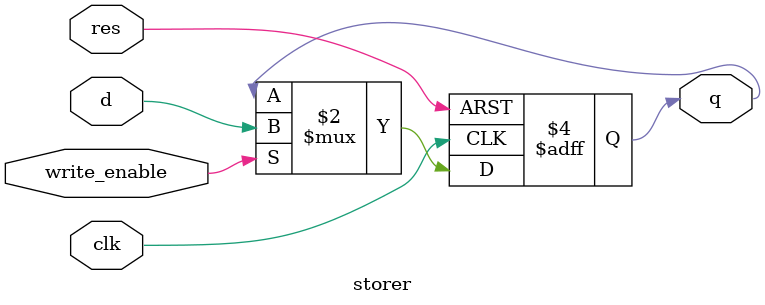
<source format=v>
module storer (
    input wire clk,
    input wire res,
    input wire write_enable,   // 写入使能信号
    input wire d,              // 待写入数值
    output reg q               // 数据输出
);

always @(posedge clk or posedge res) begin
    if (res) begin
        q <= 1'b0;
    end else if (write_enable) begin
        q <= d;
    end
end
endmodule

</source>
